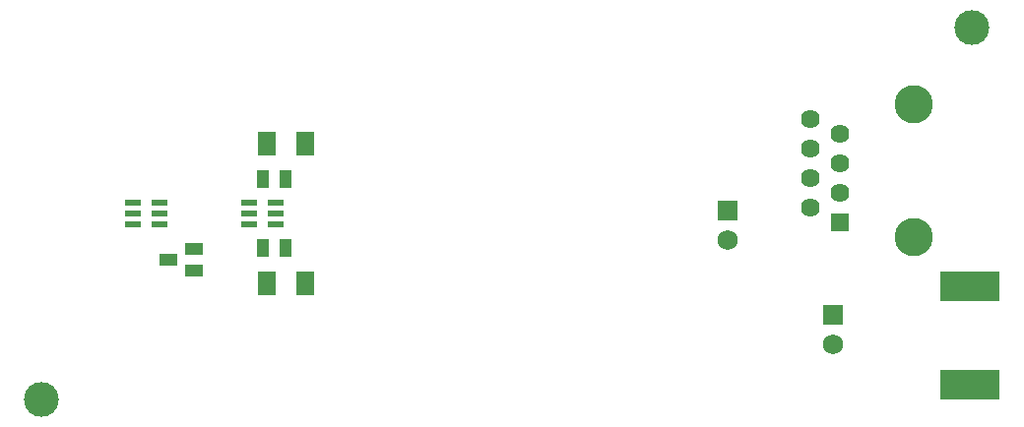
<source format=gbs>
G04 (created by PCBNEW (2013-mar-25)-stable) date Friday, August 07, 2015 11:50:23 AM*
%MOIN*%
G04 Gerber Fmt 3.4, Leading zero omitted, Abs format*
%FSLAX34Y34*%
G01*
G70*
G90*
G04 APERTURE LIST*
%ADD10C,0.006*%
%ADD11C,0.129921*%
%ADD12R,0.063937X0.063937*%
%ADD13C,0.063937*%
%ADD14R,0.0688976X0.0688976*%
%ADD15C,0.0688976*%
%ADD16R,0.038937X0.058937*%
%ADD17R,0.0629921X0.0826772*%
%ADD18R,0.203937X0.0990157*%
%ADD19R,0.053937X0.023937*%
%ADD20R,0.059037X0.043237*%
%ADD21C,0.11811*%
G04 APERTURE END LIST*
G54D10*
G54D11*
X84251Y-23478D03*
X84251Y-27978D03*
G54D12*
X81751Y-27478D03*
G54D13*
X80751Y-26978D03*
X81751Y-26478D03*
X80751Y-25978D03*
X81751Y-25478D03*
X80751Y-24978D03*
X81751Y-24478D03*
X80751Y-23978D03*
G54D14*
X81496Y-30602D03*
G54D15*
X81496Y-31602D03*
G54D14*
X77952Y-27059D03*
G54D15*
X77952Y-28059D03*
G54D16*
X62978Y-28346D03*
X62218Y-28346D03*
X62978Y-25984D03*
X62218Y-25984D03*
G54D17*
X62342Y-24803D03*
X63641Y-24803D03*
X63641Y-29527D03*
X62342Y-29527D03*
G54D18*
X86137Y-29624D03*
X86137Y-32974D03*
G54D19*
X62654Y-26795D03*
X62653Y-27165D03*
X62653Y-27535D03*
X61755Y-27535D03*
X61755Y-27165D03*
X61755Y-26795D03*
X58717Y-26795D03*
X58716Y-27165D03*
X58716Y-27535D03*
X57818Y-27535D03*
X57818Y-27165D03*
X57818Y-26795D03*
G54D20*
X59881Y-28366D03*
X59881Y-29114D03*
X59015Y-28740D03*
G54D21*
X54724Y-33464D03*
X86220Y-20866D03*
M02*

</source>
